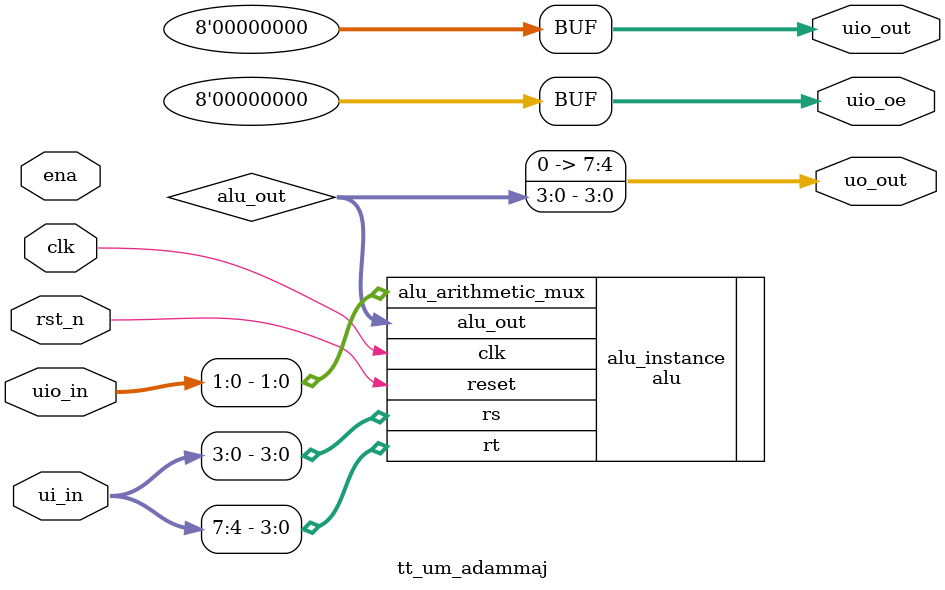
<source format=v>

/*
 * Copyright (c) 2024 Your Name
 * SPDX-License-Identifier: Apache-2.0
 */

`default_nettype none

module tt_um_adammaj (
    input  wire [7:0] ui_in,    // Dedicated inputs
    output wire [7:0] uo_out,   // Dedicated outputs
    input  wire [7:0] uio_in,   // IOs: Input path
    output wire [7:0] uio_out,  // IOs: Output path
    output wire [7:0] uio_oe,   // IOs: Enable path (active high: 0=input, 1=output)
    input  wire       ena,      // will go high when the design is enabled
    input  wire       clk,      // clock
    input  wire       rst_n     // reset_n - low to reset
);
  wire [3:0] alu_out;
  
  alu alu_instance (
    .clk(clk),
    .reset(rst_n),
    .rs(ui_in[3:0]),
    .rt(ui_in[7:4]),
    .alu_arithmetic_mux(uio_in[1:0]),
    .alu_out(alu_out)
  );

  // All output pins must be assigned. If not used, assign to 0.
  assign uo_out  = {4'b0,alu_out};  // Example: ou_out is the sum of ui_in and uio_in
  assign uio_out = 0;
  assign uio_oe  = 0;
endmodule

</source>
